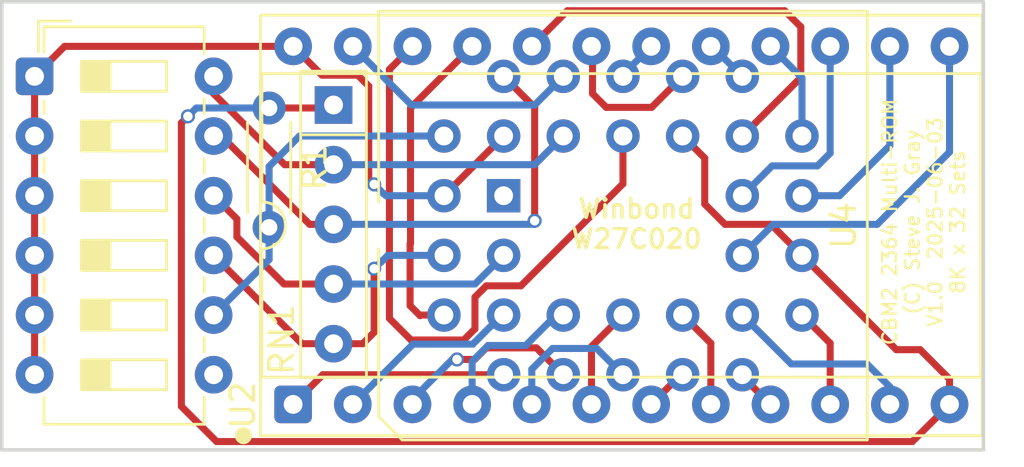
<source format=kicad_pcb>
(kicad_pcb (version 20241229) (generator "pcbnew") (generator_version "9.0")
  (layers (0 "F.Cu" signal) (2 "B.Cu" signal) (13 "F.Paste" user) (15 "B.Paste" user) (5 "F.SilkS" user "F.Silkscreen") (7 "B.SilkS" user "B.Silkscreen") (1 "F.Mask" user) (3 "B.Mask" user) (25 "Edge.Cuts" user))
  (net 0 "")
  (net 1 "~{CS}")
  (net 2 "5V")
  (net 3 "A12")
  (net 4 "GND")
  (net 5 "A7")
  (net 6 "D3")
  (net 7 "A6")
  (net 8 "D4")
  (net 9 "A5")
  (net 10 "D5")
  (net 11 "A4")
  (net 12 "D6")
  (net 13 "A3")
  (net 14 "D7")
  (net 15 "A2")
  (net 16 "A11")
  (net 17 "A1")
  (net 18 "A10")
  (net 19 "A0")
  (net 20 "D0")
  (net 21 "D1")
  (net 22 "A9")
  (net 23 "D2")
  (net 24 "A8")
  (net 25 "S4")
  (net 26 "S0")
  (net 27 "S3")
  (net 28 "S2")
  (net 30 "S1")
  (footprint "Button_Switch_THT:SW_DIP_SPSTx06_Slide_6.7x16.8mm_W7.62mm_P2.54mm_LowProfile" (layer "F.Cu") (at 103.5812 81.2292)
    (property "Reference" "SW1" (hide yes))
    (property "Value" "SW_DIP_x06")
    (fp_line (start 0.16 -2.35) (end 0.16 -1.04) (stroke (width 0.12)) (layer "F.SilkS"))
    (fp_line (start 0.16 -2.35) (end 1.543 -2.35) (stroke (width 0.12)) (layer "F.SilkS"))
    (fp_line (start 0.4 -2.11) (end 0.4 -1.04) (stroke (width 0.12)) (layer "F.SilkS"))
    (fp_line (start 0.4 -2.11) (end 7.22 -2.11) (stroke (width 0.12)) (layer "F.SilkS"))
    (fp_line (start 0.4 1.04) (end 0.4 1.58) (stroke (width 0.12)) (layer "F.SilkS"))
    (fp_line (start 0.4 3.5) (end 0.4 4.12) (stroke (width 0.12)) (layer "F.SilkS"))
    (fp_line (start 0.4 6.04) (end 0.4 6.66) (stroke (width 0.12)) (layer "F.SilkS"))
    (fp_line (start 0.4 8.58) (end 0.4 9.2) (stroke (width 0.12)) (layer "F.SilkS"))
    (fp_line (start 0.4 11.12) (end 0.4 11.74) (stroke (width 0.12)) (layer "F.SilkS"))
    (fp_line (start 0.4 13.66) (end 0.4 14.81) (stroke (width 0.12)) (layer "F.SilkS"))
    (fp_line (start 0.4 14.81) (end 7.22 14.809999) (stroke (width 0.12)) (layer "F.SilkS"))
    (fp_line (start 3.206667 -0.635) (end 3.206667 0.635) (stroke (width 0.12)) (layer "F.SilkS"))
    (fp_line (start 3.206667 1.904999) (end 3.206667 3.175) (stroke (width 0.12)) (layer "F.SilkS"))
    (fp_line (start 3.206667 4.445001) (end 3.206667 5.715) (stroke (width 0.12)) (layer "F.SilkS"))
    (fp_line (start 3.206667 6.985) (end 3.206667 8.254999) (stroke (width 0.12)) (layer "F.SilkS"))
    (fp_line (start 3.206667 9.525) (end 3.206667 10.795) (stroke (width 0.12)) (layer "F.SilkS"))
    (fp_line (start 3.206667 12.065) (end 3.206667 13.335) (stroke (width 0.12)) (layer "F.SilkS"))
    (fp_line (start 7.219999 0.96) (end 7.22 1.58) (stroke (width 0.12)) (layer "F.SilkS"))
    (fp_line (start 7.22 -2.11) (end 7.219999 -0.96) (stroke (width 0.12)) (layer "F.SilkS"))
    (fp_line (start 7.22 3.5) (end 7.22 4.12) (stroke (width 0.12)) (layer "F.SilkS"))
    (fp_line (start 7.22 6.04) (end 7.22 6.66) (stroke (width 0.12)) (layer "F.SilkS"))
    (fp_line (start 7.22 8.58) (end 7.22 9.199999) (stroke (width 0.12)) (layer "F.SilkS"))
    (fp_line (start 7.22 11.119999) (end 7.22 11.740001) (stroke (width 0.12)) (layer "F.SilkS"))
    (fp_line (start 7.22 13.660001) (end 7.22 14.809999) (stroke (width 0.12)) (layer "F.SilkS"))
    (fp_poly (pts (xy 2 -0.635) (xy 3.206667 -0.635) (xy 3.206667 0.635) (xy 2 0.635)) (stroke (width 0.12)) (fill yes) (layer "F.SilkS"))
    (fp_poly (pts (xy 2 -0.635) (xy 5.62 -0.635) (xy 5.62 0.635) (xy 2 0.635)) (stroke (width 0.12)) (fill no) (layer "F.SilkS"))
    (fp_poly (pts (xy 2 1.905) (xy 3.206667 1.904999) (xy 3.206667 3.175) (xy 2.000001 3.175)) (stroke (width 0.12)) (fill yes) (layer "F.SilkS"))
    (fp_poly (pts (xy 2 1.905) (xy 5.620001 1.905) (xy 5.62 3.175) (xy 2.000001 3.175)) (stroke (width 0.12)) (fill no) (layer "F.SilkS"))
    (fp_poly (pts (xy 2 4.445) (xy 3.206667 4.445001) (xy 3.206667 5.715) (xy 2 5.715)) (stroke (width 0.12)) (fill yes) (layer "F.SilkS"))
    (fp_poly (pts (xy 2 4.445) (xy 5.62 4.445001) (xy 5.62 5.715) (xy 2 5.715)) (stroke (width 0.12)) (fill no) (layer "F.SilkS"))
    (fp_poly (pts (xy 2 6.984999) (xy 3.206667 6.985) (xy 3.206667 8.254999) (xy 2 8.255)) (stroke (width 0.12)) (fill yes) (layer "F.SilkS"))
    (fp_poly (pts (xy 2 6.984999) (xy 5.62 6.985) (xy 5.620001 8.255) (xy 2 8.255)) (stroke (width 0.12)) (fill no) (layer "F.SilkS"))
    (fp_poly (pts (xy 2 9.525001) (xy 3.206667 9.525) (xy 3.206667 10.795) (xy 2 10.795)) (stroke (width 0.12)) (fill yes) (layer "F.SilkS"))
    (fp_poly (pts (xy 2 9.525001) (xy 5.62 9.525) (xy 5.62 10.795) (xy 2 10.795)) (stroke (width 0.12)) (fill no) (layer "F.SilkS"))
    (fp_poly (pts (xy 2 12.065) (xy 3.206667 12.065) (xy 3.206667 13.335) (xy 2 13.334999)) (stroke (width 0.12)) (fill yes) (layer "F.SilkS"))
    (fp_poly (pts (xy 2 12.065) (xy 5.62 12.065) (xy 5.62 13.335) (xy 2 13.334999)) (stroke (width 0.12)) (fill no) (layer "F.SilkS"))
    (pad "1" thru_hole roundrect (at 0 0) (size 1.6 1.6) (drill 0.8) (layers "*.Cu" "*.Mask") (roundrect_rratio 0.15625) (net 2 "5V"))
    (pad "2" thru_hole circle (at 0 2.54) (size 1.6 1.6) (drill 0.8) (layers "*.Cu" "*.Mask") (net 2 "5V"))
    (pad "3" thru_hole circle (at 0 5.079999) (size 1.6 1.6) (drill 0.8) (layers "*.Cu" "*.Mask") (net 2 "5V"))
    (pad "4" thru_hole circle (at 0 7.62) (size 1.6 1.6) (drill 0.8) (layers "*.Cu" "*.Mask") (net 2 "5V"))
    (pad "5" thru_hole circle (at 0 10.16) (size 1.6 1.6) (drill 0.8) (layers "*.Cu" "*.Mask") (net 2 "5V"))
    (pad "6" thru_hole circle (at 0 12.7) (size 1.6 1.6) (drill 0.8) (layers "*.Cu" "*.Mask") (net 2 "5V"))
    (pad "7" thru_hole circle (at 7.62 12.7) (size 1.6 1.6) (drill 0.8) (layers "*.Cu" "*.Mask"))
    (pad "8" thru_hole circle (at 7.62 10.16) (size 1.6 1.6) (drill 0.8) (layers "*.Cu" "*.Mask") (net 25 "S4"))
    (pad "9" thru_hole circle (at 7.62 7.62) (size 1.6 1.6) (drill 0.8) (layers "*.Cu" "*.Mask") (net 27 "S3"))
    (pad "10" thru_hole circle (at 7.62 5.08) (size 1.6 1.6) (drill 0.8) (layers "*.Cu" "*.Mask") (net 28 "S2"))
    (pad "11" thru_hole circle (at 7.62 2.54) (size 1.6 1.6) (drill 0.8) (layers "*.Cu" "*.Mask") (net 30 "S1"))
    (pad "12" thru_hole circle (at 7.62 0) (size 1.6 1.6) (drill 0.8) (layers "*.Cu" "*.Mask") (net 26 "S0"))
  )
  (footprint "Package_DIP:DIP-24_W15.24mm_Socket" (layer "F.Cu") (at 114.58575 95.19285 90)
    (property "Reference" "U2" (at -0.03175 -2.13995 90) (layer "F.SilkS"))
    (property "Value" "2364")
    (fp_line (start 14.08 -1.33) (end 8.62 -1.33) (stroke (width 0.12)) (layer "F.SilkS"))
    (fp_line (start 6.62 -1.33) (end 1.16 -1.33) (stroke (width 0.12)) (layer "F.SilkS"))
    (fp_line (start 1.16 -1.33) (end 1.16 29.27) (stroke (width 0.12)) (layer "F.SilkS"))
    (fp_line (start 14.08 29.27) (end 14.08 -1.33) (stroke (width 0.12)) (layer "F.SilkS"))
    (fp_line (start 1.16 29.27) (end 14.08 29.27) (stroke (width 0.12)) (layer "F.SilkS"))
    (fp_rect (start -1.33 -1.39) (end 16.57 29.33) (stroke (width 0.12)) (fill no) (layer "F.SilkS"))
    (fp_arc (start 8.62 -1.33) (mid 7.62 -0.33) (end 6.62 -1.33) (stroke (width 0.12)) (layer "F.SilkS"))
    (pad "1" thru_hole roundrect (at 0 0 90) (size 1.6 1.6) (drill 0.8) (layers "*.Cu" "*.Mask") (roundrect_rratio 0.15625) (net 5 "A7"))
    (pad "2" thru_hole circle (at 0 2.54 90) (size 1.6 1.6) (drill 0.8) (layers "*.Cu" "*.Mask") (net 7 "A6"))
    (pad "3" thru_hole circle (at 0 5.08 90) (size 1.6 1.6) (drill 0.8) (layers "*.Cu" "*.Mask") (net 9 "A5"))
    (pad "4" thru_hole circle (at 0 7.62 90) (size 1.6 1.6) (drill 0.8) (layers "*.Cu" "*.Mask") (net 11 "A4"))
    (pad "5" thru_hole circle (at 0 10.16 90) (size 1.6 1.6) (drill 0.8) (layers "*.Cu" "*.Mask") (net 13 "A3"))
    (pad "6" thru_hole circle (at 0 12.7 90) (size 1.6 1.6) (drill 0.8) (layers "*.Cu" "*.Mask") (net 15 "A2"))
    (pad "7" thru_hole circle (at 0 15.24 90) (size 1.6 1.6) (drill 0.8) (layers "*.Cu" "*.Mask") (net 17 "A1"))
    (pad "8" thru_hole circle (at 0 17.78 90) (size 1.6 1.6) (drill 0.8) (layers "*.Cu" "*.Mask") (net 19 "A0"))
    (pad "9" thru_hole circle (at 0 20.32 90) (size 1.6 1.6) (drill 0.8) (layers "*.Cu" "*.Mask") (net 20 "D0"))
    (pad "10" thru_hole circle (at 0 22.86 90) (size 1.6 1.6) (drill 0.8) (layers "*.Cu" "*.Mask") (net 21 "D1"))
    (pad "11" thru_hole circle (at 0 25.4 90) (size 1.6 1.6) (drill 0.8) (layers "*.Cu" "*.Mask") (net 23 "D2"))
    (pad "12" thru_hole circle (at 0 27.94 90) (size 1.6 1.6) (drill 0.8) (layers "*.Cu" "*.Mask") (net 4 "GND"))
    (pad "13" thru_hole circle (at 15.24 27.94 90) (size 1.6 1.6) (drill 0.8) (layers "*.Cu" "*.Mask") (net 6 "D3"))
    (pad "14" thru_hole circle (at 15.24 25.4 90) (size 1.6 1.6) (drill 0.8) (layers "*.Cu" "*.Mask") (net 8 "D4"))
    (pad "15" thru_hole circle (at 15.24 22.86 90) (size 1.6 1.6) (drill 0.8) (layers "*.Cu" "*.Mask") (net 10 "D5"))
    (pad "16" thru_hole circle (at 15.24 20.32 90) (size 1.6 1.6) (drill 0.8) (layers "*.Cu" "*.Mask") (net 12 "D6"))
    (pad "17" thru_hole circle (at 15.24 17.78 90) (size 1.6 1.6) (drill 0.8) (layers "*.Cu" "*.Mask") (net 14 "D7"))
    (pad "18" thru_hole circle (at 15.24 15.24 90) (size 1.6 1.6) (drill 0.8) (layers "*.Cu" "*.Mask") (net 16 "A11"))
    (pad "19" thru_hole circle (at 15.24 12.7 90) (size 1.6 1.6) (drill 0.8) (layers "*.Cu" "*.Mask") (net 18 "A10"))
    (pad "20" thru_hole circle (at 15.24 10.16 90) (size 1.6 1.6) (drill 0.8) (layers "*.Cu" "*.Mask") (net 1 "~{CS}"))
    (pad "21" thru_hole circle (at 15.24 7.62 90) (size 1.6 1.6) (drill 0.8) (layers "*.Cu" "*.Mask") (net 3 "A12"))
    (pad "22" thru_hole circle (at 15.24 5.08 90) (size 1.6 1.6) (drill 0.8) (layers "*.Cu" "*.Mask") (net 22 "A9"))
    (pad "23" thru_hole circle (at 15.24 2.54 90) (size 1.6 1.6) (drill 0.8) (layers "*.Cu" "*.Mask") (net 24 "A8"))
    (pad "24" thru_hole circle (at 15.24 0 90) (size 1.6 1.6) (drill 0.8) (layers "*.Cu" "*.Mask") (net 2 "5V"))
  )
  (footprint "Resistor_THT:R_Array_SIP5" (layer "F.Cu") (at 116.3066 82.4484 -90)
    (property "Reference" "RN1" (at 9.9822 2.2098 270) (layer "F.SilkS"))
    (property "Value" "4K7")
    (fp_line (start -1.44 1.4) (end 11.6 1.4) (stroke (width 0.12)) (layer "F.SilkS"))
    (fp_line (start 11.6 1.4) (end 11.6 -1.4) (stroke (width 0.12)) (layer "F.SilkS"))
    (fp_line (start -1.44 -1.4) (end -1.44 1.4) (stroke (width 0.12)) (layer "F.SilkS"))
    (fp_line (start 1.27 -1.4) (end 1.27 1.4) (stroke (width 0.12)) (layer "F.SilkS"))
    (fp_line (start 11.6 -1.4) (end -1.44 -1.4) (stroke (width 0.12)) (layer "F.SilkS"))
    (pad "1" thru_hole rect (at 0 0 270) (size 1.6 1.6) (drill 0.8) (layers "*.Cu" "*.Mask") (net 4 "GND"))
    (pad "2" thru_hole oval (at 2.54 0 270) (size 1.6 1.6) (drill 0.8) (layers "*.Cu" "*.Mask") (net 26 "S0"))
    (pad "3" thru_hole oval (at 5.08 0 270) (size 1.6 1.6) (drill 0.8) (layers "*.Cu" "*.Mask") (net 30 "S1"))
    (pad "4" thru_hole oval (at 7.62 0 270) (size 1.6 1.6) (drill 0.8) (layers "*.Cu" "*.Mask") (net 28 "S2"))
    (pad "5" thru_hole oval (at 10.16 0 270) (size 1.6 1.6) (drill 0.8) (layers "*.Cu" "*.Mask") (net 27 "S3"))
  )
  (footprint "Resistor_THT:R_Axial_DIN0204_L3.6mm_D1.6mm_P5.08mm_Horizontal" (layer "F.Cu") (at 113.5634 82.575401 -90)
    (property "Reference" "R1" (at 2.54 -1.92 90) (layer "F.SilkS"))
    (property "Value" "4K7")
    (fp_line (start 0.62 0.92) (end 4.46 0.92) (stroke (width 0.12)) (layer "F.SilkS"))
    (fp_line (start 0.62 -0.92) (end 4.46 -0.92) (stroke (width 0.12)) (layer "F.SilkS"))
    (pad "1" thru_hole circle (at 0 0 270) (size 1.4 1.4) (drill 0.7) (layers "*.Cu" "*.Mask") (net 4 "GND"))
    (pad "2" thru_hole oval (at 5.079999 0 270) (size 1.4 1.4) (drill 0.7) (layers "*.Cu" "*.Mask") (net 25 "S4"))
  )
  (footprint "Package_LCC:PLCC-32_THT-Socket" (layer "F.Cu") (at 123.545599 86.3092 90)
    (property "Reference" "U4" (at -1.27 14.478001 90) (layer "F.SilkS"))
    (property "Value" "27C020")
    (fp_line (start 7.855 -5.32) (end -0.27 -5.32) (stroke (width 0.12)) (layer "F.SilkS"))
    (fp_line (start -2.269999 -5.32) (end -9.395 -5.32) (stroke (width 0.12)) (layer "F.SilkS"))
    (fp_line (start -9.395 -5.32) (end -10.395 -4.32) (stroke (width 0.12)) (layer "F.SilkS"))
    (fp_line (start -10.395 -4.32) (end -10.395 15.48) (stroke (width 0.12)) (layer "F.SilkS"))
    (fp_line (start 7.855 15.48) (end 7.855 -5.32) (stroke (width 0.12)) (layer "F.SilkS"))
    (fp_line (start -10.395 15.48) (end 7.855 15.48) (stroke (width 0.12)) (layer "F.SilkS"))
    (pad "1" thru_hole rect (at 0 0 90) (size 1.4224 1.4224) (drill 0.8) (layers "*.Cu" "*.Mask"))
    (pad "2" thru_hole circle (at -2.54 -2.54 90) (size 1.4224 1.4224) (drill 0.8) (layers "*.Cu" "*.Mask") (net 27 "S3"))
    (pad "3" thru_hole circle (at -2.54 0 90) (size 1.4224 1.4224) (drill 0.8) (layers "*.Cu" "*.Mask") (net 28 "S2"))
    (pad "4" thru_hole circle (at -5.08 -2.54 90) (size 1.4224 1.4224) (drill 0.8) (layers "*.Cu" "*.Mask") (net 3 "A12"))
    (pad "5" thru_hole circle (at -7.62 0 90) (size 1.4224 1.4224) (drill 0.8) (layers "*.Cu" "*.Mask") (net 5 "A7"))
    (pad "6" thru_hole circle (at -5.079999 0 90) (size 1.4224 1.4224) (drill 0.8) (layers "*.Cu" "*.Mask") (net 7 "A6"))
    (pad "7" thru_hole circle (at -7.62 2.54 90) (size 1.4224 1.4224) (drill 0.8) (layers "*.Cu" "*.Mask") (net 9 "A5"))
    (pad "8" thru_hole circle (at -5.08 2.54 90) (size 1.4224 1.4224) (drill 0.8) (layers "*.Cu" "*.Mask") (net 11 "A4"))
    (pad "9" thru_hole circle (at -7.62 5.08 90) (size 1.4224 1.4224) (drill 0.8) (layers "*.Cu" "*.Mask") (net 13 "A3"))
    (pad "10" thru_hole circle (at -5.08 5.08 90) (size 1.4224 1.4224) (drill 0.8) (layers "*.Cu" "*.Mask") (net 15 "A2"))
    (pad "11" thru_hole circle (at -7.62 7.62 90) (size 1.4224 1.4224) (drill 0.8) (layers "*.Cu" "*.Mask") (net 17 "A1"))
    (pad "12" thru_hole circle (at -5.08 7.62 90) (size 1.4224 1.4224) (drill 0.8) (layers "*.Cu" "*.Mask") (net 19 "A0"))
    (pad "13" thru_hole circle (at -7.62 10.16 90) (size 1.4224 1.4224) (drill 0.8) (layers "*.Cu" "*.Mask") (net 20 "D0"))
    (pad "14" thru_hole circle (at -5.08 12.700001 90) (size 1.4224 1.4224) (drill 0.8) (layers "*.Cu" "*.Mask") (net 21 "D1"))
    (pad "15" thru_hole circle (at -5.08 10.159999 90) (size 1.4224 1.4224) (drill 0.8) (layers "*.Cu" "*.Mask") (net 23 "D2"))
    (pad "16" thru_hole circle (at -2.54 12.7 90) (size 1.4224 1.4224) (drill 0.8) (layers "*.Cu" "*.Mask") (net 4 "GND"))
    (pad "17" thru_hole circle (at -2.54 10.16 90) (size 1.4224 1.4224) (drill 0.8) (layers "*.Cu" "*.Mask") (net 6 "D3"))
    (pad "18" thru_hole circle (at 0 12.7 90) (size 1.4224 1.4224) (drill 0.8) (layers "*.Cu" "*.Mask") (net 8 "D4"))
    (pad "19" thru_hole circle (at 0 10.16 90) (size 1.4224 1.4224) (drill 0.8) (layers "*.Cu" "*.Mask") (net 10 "D5"))
    (pad "20" thru_hole circle (at 2.54 12.7 90) (size 1.4224 1.4224) (drill 0.8) (layers "*.Cu" "*.Mask") (net 12 "D6"))
    (pad "21" thru_hole circle (at 5.08 10.159999 90) (size 1.4224 1.4224) (drill 0.8) (layers "*.Cu" "*.Mask") (net 14 "D7"))
    (pad "22" thru_hole circle (at 2.54 10.16 90) (size 1.4224 1.4224) (drill 0.8) (layers "*.Cu" "*.Mask") (net 1 "~{CS}"))
    (pad "23" thru_hole circle (at 5.08 7.62 90) (size 1.4224 1.4224) (drill 0.8) (layers "*.Cu" "*.Mask") (net 18 "A10"))
    (pad "24" thru_hole circle (at 2.54 7.62 90) (size 1.4224 1.4224) (drill 0.8) (layers "*.Cu" "*.Mask") (net 4 "GND"))
    (pad "25" thru_hole circle (at 5.08 5.08 90) (size 1.4224 1.4224) (drill 0.8) (layers "*.Cu" "*.Mask") (net 16 "A11"))
    (pad "26" thru_hole circle (at 2.54 5.08 90) (size 1.4224 1.4224) (drill 0.8) (layers "*.Cu" "*.Mask") (net 22 "A9"))
    (pad "27" thru_hole circle (at 5.08 2.54 90) (size 1.4224 1.4224) (drill 0.8) (layers "*.Cu" "*.Mask") (net 24 "A8"))
    (pad "28" thru_hole circle (at 2.54 2.54 90) (size 1.4224 1.4224) (drill 0.8) (layers "*.Cu" "*.Mask") (net 26 "S0"))
    (pad "29" thru_hole circle (at 5.079999 0 90) (size 1.4224 1.4224) (drill 0.8) (layers "*.Cu" "*.Mask") (net 30 "S1"))
    (pad "30" thru_hole circle (at 2.54 -2.54 90) (size 1.4224 1.4224) (drill 0.8) (layers "*.Cu" "*.Mask") (net 25 "S4"))
    (pad "31" thru_hole circle (at 2.54 0 90) (size 1.4224 1.4224) (drill 0.8) (layers "*.Cu" "*.Mask") (net 2 "5V"))
    (pad "32" thru_hole circle (at 0 -2.54 90) (size 1.4224 1.4224) (drill 0.8) (layers "*.Cu" "*.Mask") (net 2 "5V"))
  )
  (gr_circle (center 112.4712 96.52285) (end 112.6744 96.72605) (stroke (width 0.15)) (fill yes) (layer "F.SilkS"))
  (gr_rect (start 102.1842 78.0542) (end 143.9672 97.1296) (stroke (width 0.15)) (fill no) (layer "Edge.Cuts"))
  (gr_text "CBM2 2364 Multi-ROM\n(C) Steve J. Gray\nV1.0  2025-06-03\n8K x 32 Sets\n" (at 143.2306 87.4268 90) (layer "F.SilkS") (effects (font (size 0.6 0.6) (thickness 0.1) (bold yes)) (justify bottom)))
  (gr_text "Winbond\nW27C020" (at 129.2098 88.6206 0) (layer "F.SilkS") (effects (font (size 0.8 0.8) (thickness 0.15) (bold yes)) (justify bottom)))
  (segment (start 135.509 78.4352) (end 136.1948 79.121) (width 0.3) (layer "F.Cu") (net 1))
  (segment (start 126.2634 78.4352) (end 135.509 78.4352) (width 0.3) (layer "F.Cu") (net 1))
  (segment (start 124.74575 79.95285) (end 126.2634 78.4352) (width 0.3) (layer "F.Cu") (net 1))
  (segment (start 136.1948 79.121) (end 136.1948 81.279999) (width 0.3) (layer "F.Cu") (net 1))
  (segment (start 136.1948 81.279999) (end 133.705599 83.7692) (width 0.3) (layer "F.Cu") (net 1))
  (segment (start 117.8052 85.597) (end 117.8052 81.645) (width 0.3) (layer "F.Cu") (net 2))
  (segment (start 103.5812 83.7692) (end 103.5812 86.309199) (width 0.3) (layer "F.Cu") (net 2))
  (segment (start 103.5812 81.2292) (end 103.5812 83.7692) (width 0.3) (layer "F.Cu") (net 2))
  (segment (start 103.5812 86.309199) (end 103.5812 88.8492) (width 0.3) (layer "F.Cu") (net 2))
  (segment (start 103.5812 91.3892) (end 103.5812 93.9292) (width 0.3) (layer "F.Cu") (net 2))
  (segment (start 123.545599 83.7692) (end 121.005599 86.3092) (width 0.3) (layer "F.Cu") (net 2))
  (segment (start 117.8052 81.645) (end 117.3386 81.1784) (width 0.3) (layer "F.Cu") (net 2))
  (segment (start 114.58575 79.95285) (end 104.85755 79.95285) (width 0.3) (layer "F.Cu") (net 2))
  (segment (start 103.5812 88.8492) (end 103.5812 91.3892) (width 0.3) (layer "F.Cu") (net 2))
  (segment (start 117.3386 81.1784) (end 115.8113 81.1784) (width 0.3) (layer "F.Cu") (net 2))
  (segment (start 104.85755 79.95285) (end 103.5812 81.2292) (width 0.3) (layer "F.Cu") (net 2))
  (segment (start 115.8113 81.1784) (end 114.58575 79.95285) (width 0.3) (layer "F.Cu") (net 2))
  (segment (start 118.0348 85.8266) (end 117.8052 85.597) (width 0.3) (layer "F.Cu") (net 2))
  (via (at 118.0348 85.8266) (size 0.6) (drill 0.4) (layers "F.Cu" "B.Cu") (net 2))
  (segment (start 118.5418 86.3092) (end 121.005599 86.3092) (width 0.3) (layer "B.Cu") (net 2))
  (segment (start 118.4656 86.233) (end 118.5418 86.3092) (width 0.3) (layer "B.Cu") (net 2))
  (segment (start 118.0348 85.8266) (end 118.4412 86.233) (width 0.3) (layer "B.Cu") (net 2))
  (segment (start 118.4412 86.233) (end 118.4656 86.233) (width 0.3) (layer "B.Cu") (net 2))
  (segment (start 119.9896 91.4146) (end 120.015 91.3892) (width 0.3) (layer "F.Cu") (net 3))
  (segment (start 120.015 91.3892) (end 121.005599 91.3892) (width 0.3) (layer "F.Cu") (net 3))
  (segment (start 119.5832 88.3412) (end 119.5648 88.3596) (width 0.3) (layer "F.Cu") (net 3))
  (segment (start 122.20575 79.95285) (end 119.5832 82.5754) (width 0.3) (layer "F.Cu") (net 3))
  (segment (start 119.5832 82.5754) (end 119.5832 88.3412) (width 0.3) (layer "F.Cu") (net 3))
  (segment (start 119.5648 90.9898) (end 119.9896 91.4146) (width 0.3) (layer "F.Cu") (net 3))
  (segment (start 119.5648 88.3596) (end 119.5648 90.9898) (width 0.3) (layer "F.Cu") (net 3))
  (segment (start 136.245599 88.8492) (end 140.258799 92.8624) (width 0.3) (layer "F.Cu") (net 4))
  (segment (start 113.5634 82.575401) (end 116.179599 82.575401) (width 0.3) (layer "F.Cu") (net 4))
  (segment (start 132.1054 84.709001) (end 132.1054 86.6648) (width 0.3) (layer "F.Cu") (net 4))
  (segment (start 132.1054 86.6648) (end 132.969 87.5284) (width 0.3) (layer "F.Cu") (net 4))
  (segment (start 111.3282 96.774) (end 140.9446 96.774) (width 0.3) (layer "F.Cu") (net 4))
  (segment (start 141.2748 92.8624) (end 142.52575 94.11335) (width 0.3) (layer "F.Cu") (net 4))
  (segment (start 142.52575 94.11335) (end 142.52575 95.19285) (width 0.3) (layer "F.Cu") (net 4))
  (segment (start 140.9446 96.774) (end 142.52575 95.19285) (width 0.3) (layer "F.Cu") (net 4))
  (segment (start 110.109 82.931) (end 109.8296 83.2104) (width 0.3) (layer "F.Cu") (net 4))
  (segment (start 109.8296 83.2104) (end 109.8296 95.2754) (width 0.3) (layer "F.Cu") (net 4))
  (segment (start 109.8296 95.2754) (end 111.3282 96.774) (width 0.3) (layer "F.Cu") (net 4))
  (segment (start 116.179599 82.575401) (end 116.3066 82.4484) (width 0.3) (layer "F.Cu") (net 4))
  (segment (start 131.165599 83.7692) (end 132.1054 84.709001) (width 0.3) (layer "F.Cu") (net 4))
  (segment (start 132.969 87.5284) (end 134.924799 87.5284) (width 0.3) (layer "F.Cu") (net 4))
  (segment (start 140.258799 92.8624) (end 141.2748 92.8624) (width 0.3) (layer "F.Cu") (net 4))
  (segment (start 134.924799 87.5284) (end 136.245599 88.8492) (width 0.3) (layer "F.Cu") (net 4))
  (via (at 110.109 82.931) (size 0.6) (drill 0.4) (layers "F.Cu" "B.Cu") (net 4))
  (segment (start 110.464599 82.575401) (end 113.5634 82.575401) (width 0.3) (layer "B.Cu") (net 4))
  (segment (start 110.109 82.931) (end 110.464599 82.575401) (width 0.3) (layer "B.Cu") (net 4))
  (segment (start 123.545599 93.9292) (end 115.8494 93.9292) (width 0.3) (layer "F.Cu") (net 5))
  (segment (start 115.8494 93.9292) (end 114.58575 95.19285) (width 0.3) (layer "F.Cu") (net 5))
  (segment (start 135.026399 87.5284) (end 139.446 87.5284) (width 0.3) (layer "B.Cu") (net 6))
  (segment (start 142.52575 84.44865) (end 142.52575 79.95285) (width 0.3) (layer "B.Cu") (net 6))
  (segment (start 139.446 87.5284) (end 142.52575 84.44865) (width 0.3) (layer "B.Cu") (net 6))
  (segment (start 133.705599 88.8492) (end 135.026399 87.5284) (width 0.3) (layer "B.Cu") (net 6))
  (segment (start 117.12575 95.19285) (end 119.6904 92.6282) (width 0.3) (layer "B.Cu") (net 7))
  (segment (start 119.6904 92.6282) (end 122.23308 92.6282) (width 0.3) (layer "B.Cu") (net 7))
  (segment (start 123.472081 91.389199) (end 123.545599 91.389199) (width 0.3) (layer "B.Cu") (net 7))
  (segment (start 122.23308 92.6282) (end 123.472081 91.389199) (width 0.3) (layer "B.Cu") (net 7))
  (segment (start 136.245599 86.3092) (end 137.8458 86.3092) (width 0.3) (layer "B.Cu") (net 8))
  (segment (start 137.8458 86.3092) (end 139.98575 84.16925) (width 0.3) (layer "B.Cu") (net 8))
  (segment (start 139.98575 84.16925) (end 139.98575 79.95285) (width 0.3) (layer "B.Cu") (net 8))
  (segment (start 122.31609 93.27911) (end 122.809 92.7862) (width 0.3) (layer "F.Cu") (net 9))
  (segment (start 124.942599 92.7862) (end 126.085599 93.9292) (width 0.3) (layer "F.Cu") (net 9))
  (segment (start 121.561323 93.27911) (end 122.31609 93.27911) (width 0.3) (layer "F.Cu") (net 9))
  (segment (start 122.809 92.7862) (end 124.942599 92.7862) (width 0.3) (layer "F.Cu") (net 9))
  (via (at 121.561323 93.27911) (size 0.6) (drill 0.4) (layers "F.Cu" "B.Cu") (net 9))
  (segment (start 119.66575 94.97465) (end 119.66575 95.19285) (width 0.3) (layer "B.Cu") (net 9))
  (segment (start 121.561323 93.27911) (end 121.36129 93.27911) (width 0.3) (layer "B.Cu") (net 9))
  (segment (start 121.36129 93.27911) (end 119.66575 94.97465) (width 0.3) (layer "B.Cu") (net 9))
  (segment (start 133.705599 86.3092) (end 134.975599 85.0392) (width 0.3) (layer "B.Cu") (net 10))
  (segment (start 136.906 85.0392) (end 137.44575 84.49945) (width 0.3) (layer "B.Cu") (net 10))
  (segment (start 137.44575 84.49945) (end 137.44575 79.95285) (width 0.3) (layer "B.Cu") (net 10))
  (segment (start 134.975599 85.0392) (end 136.906 85.0392) (width 0.3) (layer "B.Cu") (net 10))
  (segment (start 125.7808 91.3892) (end 126.085599 91.3892) (width 0.3) (layer "B.Cu") (net 11))
  (segment (start 122.8852 92.6846) (end 124.4854 92.6846) (width 0.3) (layer "B.Cu") (net 11))
  (segment (start 122.20575 93.36405) (end 122.8852 92.6846) (width 0.3) (layer "B.Cu") (net 11))
  (segment (start 122.20575 95.19285) (end 122.20575 93.36405) (width 0.3) (layer "B.Cu") (net 11))
  (segment (start 124.4854 92.6846) (end 125.7808 91.3892) (width 0.3) (layer "B.Cu") (net 11))
  (segment (start 136.245599 81.292699) (end 134.90575 79.95285) (width 0.3) (layer "B.Cu") (net 12))
  (segment (start 136.245599 83.7692) (end 136.245599 81.292699) (width 0.3) (layer "B.Cu") (net 12))
  (segment (start 125.6284 92.8116) (end 127.507999 92.8116) (width 0.3) (layer "B.Cu") (net 13))
  (segment (start 124.74575 93.69425) (end 125.6284 92.8116) (width 0.3) (layer "B.Cu") (net 13))
  (segment (start 124.74575 95.19285) (end 124.74575 93.69425) (width 0.3) (layer "B.Cu") (net 13))
  (segment (start 127.507999 92.8116) (end 128.625599 93.9292) (width 0.3) (layer "B.Cu") (net 13))
  (segment (start 132.36575 79.95285) (end 132.429248 79.95285) (width 0.3) (layer "B.Cu") (net 14))
  (segment (start 132.429248 79.95285) (end 133.705598 81.2292) (width 0.3) (layer "B.Cu") (net 14))
  (segment (start 128.625599 91.3892) (end 127.28575 92.729049) (width 0.3) (layer "F.Cu") (net 15))
  (segment (start 127.28575 92.729049) (end 127.28575 95.19285) (width 0.3) (layer "F.Cu") (net 15))
  (segment (start 128.625599 81.2292) (end 128.625599 81.153001) (width 0.3) (layer "B.Cu") (net 16))
  (segment (start 128.625599 81.153001) (end 129.82575 79.95285) (width 0.3) (layer "B.Cu") (net 16))
  (segment (start 131.0894 93.9292) (end 129.82575 95.19285) (width 0.3) (layer "F.Cu") (net 17))
  (segment (start 131.165599 93.9292) (end 131.0894 93.9292) (width 0.3) (layer "F.Cu") (net 17))
  (segment (start 129.844799 82.55) (end 131.165599 81.2292) (width 0.3) (layer "F.Cu") (net 18))
  (segment (start 127.3302 79.9973) (end 127.3302 81.9658) (width 0.3) (layer "F.Cu") (net 18))
  (segment (start 127.9144 82.55) (end 129.844799 82.55) (width 0.3) (layer "F.Cu") (net 18))
  (segment (start 127.28575 79.95285) (end 127.3302 79.9973) (width 0.3) (layer "F.Cu") (net 18))
  (segment (start 127.3302 81.9658) (end 127.9144 82.55) (width 0.3) (layer "F.Cu") (net 18))
  (segment (start 131.165599 91.3892) (end 132.36575 92.589351) (width 0.3) (layer "F.Cu") (net 19))
  (segment (start 132.36575 92.589351) (end 132.36575 95.19285) (width 0.3) (layer "F.Cu") (net 19))
  (segment (start 133.705599 93.9292) (end 133.705599 93.992699) (width 0.3) (layer "F.Cu") (net 20))
  (segment (start 133.705599 93.992699) (end 134.90575 95.19285) (width 0.3) (layer "F.Cu") (net 20))
  (segment (start 136.2456 91.3892) (end 137.44575 92.58935) (width 0.3) (layer "F.Cu") (net 21))
  (segment (start 137.44575 92.58935) (end 137.44575 95.19285) (width 0.3) (layer "F.Cu") (net 21))
  (segment (start 122.3264 91.9734) (end 122.3264 90.6272) (width 0.3) (layer "F.Cu") (net 22))
  (segment (start 118.6848 80.9338) (end 118.6848 91.5322) (width 0.3) (layer "F.Cu") (net 22))
  (segment (start 121.8484 92.4514) (end 122.3264 91.9734) (width 0.3) (layer "F.Cu") (net 22))
  (segment (start 118.6848 91.5322) (end 119.604 92.4514) (width 0.3) (layer "F.Cu") (net 22))
  (segment (start 124.2822 90.1446) (end 128.625599 85.801201) (width 0.3) (layer "F.Cu") (net 22))
  (segment (start 128.625599 85.801201) (end 128.625599 83.7692) (width 0.3) (layer "F.Cu") (net 22))
  (segment (start 122.3264 90.6272) (end 122.809 90.1446) (width 0.3) (layer "F.Cu") (net 22))
  (segment (start 119.66575 79.95285) (end 118.6848 80.9338) (width 0.3) (layer "F.Cu") (net 22))
  (segment (start 122.809 90.1446) (end 124.2822 90.1446) (width 0.3) (layer "F.Cu") (net 22))
  (segment (start 119.604 92.4514) (end 121.8484 92.4514) (width 0.3) (layer "F.Cu") (net 22))
  (segment (start 133.705598 91.3892) (end 135.788398 93.472) (width 0.3) (layer "B.Cu") (net 23))
  (segment (start 135.788398 93.472) (end 139.0142 93.472) (width 0.3) (layer "B.Cu") (net 23))
  (segment (start 139.0142 93.472) (end 139.98575 94.44355) (width 0.3) (layer "B.Cu") (net 23))
  (segment (start 139.98575 94.44355) (end 139.98575 95.19285) (width 0.3) (layer "B.Cu") (net 23))
  (segment (start 119.6213 82.4484) (end 117.12575 79.95285) (width 0.3) (layer "B.Cu") (net 24))
  (segment (start 126.085599 81.2292) (end 124.866399 82.4484) (width 0.3) (layer "B.Cu") (net 24))
  (segment (start 124.866399 82.4484) (end 119.6213 82.4484) (width 0.3) (layer "B.Cu") (net 24))
  (segment (start 113.5634 85.0646) (end 113.5634 87.6554) (width 0.3) (layer "B.Cu") (net 25))
  (segment (start 121.005599 83.7692) (end 114.8588 83.7692) (width 0.3) (layer "B.Cu") (net 25))
  (segment (start 113.5634 89.027) (end 113.5634 87.6554) (width 0.3) (layer "B.Cu") (net 25))
  (segment (start 111.2012 91.3892) (end 113.5634 89.027) (width 0.3) (layer "B.Cu") (net 25))
  (segment (start 114.8588 83.7692) (end 113.5634 85.0646) (width 0.3) (layer "B.Cu") (net 25))
  (segment (start 114.2238 84.9884) (end 111.2012 81.9658) (width 0.3) (layer "F.Cu") (net 26))
  (segment (start 111.2012 81.9658) (end 111.2012 81.2292) (width 0.3) (layer "F.Cu") (net 26))
  (segment (start 116.3066 84.9884) (end 114.2238 84.9884) (width 0.3) (layer "F.Cu") (net 26))
  (segment (start 126.085599 83.7692) (end 124.866399 84.9884) (width 0.3) (layer "B.Cu") (net 26))
  (segment (start 124.866399 84.9884) (end 116.3066 84.9884) (width 0.3) (layer "B.Cu") (net 26))
  (segment (start 118.0338 92.1258) (end 117.5512 92.6084) (width 0.3) (layer "F.Cu") (net 27))
  (segment (start 118.0338 89.4184) (end 118.0338 92.1258) (width 0.3) (layer "F.Cu") (net 27))
  (segment (start 114.9604 92.6084) (end 111.2012 88.8492) (width 0.3) (layer "F.Cu") (net 27))
  (segment (start 116.3066 92.6084) (end 114.9604 92.6084) (width 0.3) (layer "F.Cu") (net 27))
  (segment (start 117.5512 92.6084) (end 116.3066 92.6084) (width 0.3) (layer "F.Cu") (net 27))
  (via (at 118.0338 89.4184) (size 0.6) (drill 0.4) (layers "F.Cu" "B.Cu") (net 27))
  (segment (start 118.0338 89.4184) (end 118.3236 89.1286) (width 0.3) (layer "B.Cu") (net 27))
  (segment (start 118.618 88.8492) (end 121.005599 88.8492) (width 0.3) (layer "B.Cu") (net 27))
  (segment (start 118.3236 89.1286) (end 118.3386 89.1286) (width 0.3) (layer "B.Cu") (net 27))
  (segment (start 118.3386 89.1286) (end 118.618 88.8492) (width 0.3) (layer "B.Cu") (net 27))
  (segment (start 112.1918 87.2998) (end 111.2012 86.3092) (width 0.3) (layer "F.Cu") (net 28))
  (segment (start 112.1918 88.0618) (end 112.1918 87.2998) (width 0.3) (layer "F.Cu") (net 28))
  (segment (start 116.3066 90.0684) (end 114.1984 90.0684) (width 0.3) (layer "F.Cu") (net 28))
  (segment (start 114.1984 90.0684) (end 112.1918 88.0618) (width 0.3) (layer "F.Cu") (net 28))
  (segment (start 122.326399 90.0684) (end 116.3066 90.0684) (width 0.3) (layer "B.Cu") (net 28))
  (segment (start 123.545599 88.8492) (end 122.326399 90.0684) (width 0.3) (layer "B.Cu") (net 28))
  (segment (start 124.8664 82.550002) (end 123.545599 81.229201) (width 0.3) (layer "F.Cu") (net 30))
  (segment (start 115.2906 87.5284) (end 111.5314 83.7692) (width 0.3) (layer "F.Cu") (net 30))
  (segment (start 111.5314 83.7692) (end 111.2012 83.7692) (width 0.3) (layer "F.Cu") (net 30))
  (segment (start 124.8664 87.376) (end 124.8664 82.550002) (width 0.3) (layer "F.Cu") (net 30))
  (segment (start 116.3066 87.5284) (end 115.2906 87.5284) (width 0.3) (layer "F.Cu") (net 30))
  (via (at 124.8664 87.376) (size 0.6) (drill 0.4) (layers "F.Cu" "B.Cu") (net 30))
  (segment (start 124.8664 87.376) (end 124.8664 87.503) (width 0.3) (layer "B.Cu") (net 30))
  (segment (start 124.8664 87.503) (end 124.841 87.5284) (width 0.3) (layer "B.Cu") (net 30))
  (segment (start 124.841 87.5284) (end 116.3066 87.5284) (width 0.3) (layer "B.Cu") (net 30))
)
</source>
